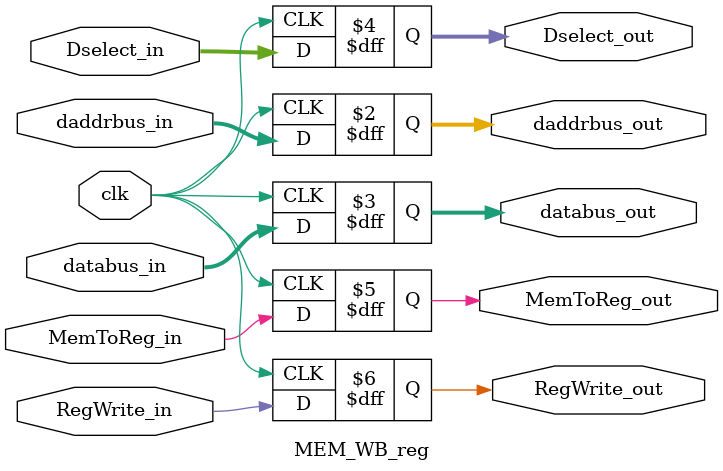
<source format=v>
`timescale 1ns/1ps

module cpu5(ibus, clk, reset, daddrbus, iaddrbus, databus);
    input [31:0] ibus;
    input clk, reset;
    output [31:0] daddrbus, iaddrbus;
    inout [31:0] databus;
    
    wire [31:0] pc_mux_out;
    program_counter pc(.clk(clk), .reset(reset), .d(pc_mux_out), .q(iaddrbus));
    
    wire [31:0] pc_adder_out;
    pc_adder pca(.in0(32'h00000004), .in1(iaddrbus), .out(pc_adder_out));

    wire [31:0] id_if_out, pc_adder_wire;
    IF_ID_reg if_id(.clk(clk), .id_if_in(ibus), .id_if_out(id_if_out), .pca_in(pc_adder_out), .pca_out(pc_adder_wire));

    wire [5:0] opcode, func;
    wire [4:0] rs, rt, rd;

    assign opcode = id_if_out[31:26];
    assign rs = id_if_out[25:21];
    assign rt = id_if_out[20:16];
    assign rd = id_if_out[15:11];
    assign func = id_if_out[5:0];

    wire [31:0] rs_out, rt_out, rd_out;
    
    reg_decoder rs_dec(.reg_in(rs), .reg_out(rs_out));
    reg_decoder rt_dec(.reg_in(rt), .reg_out(rt_out));
    reg_decoder rd_dec(.reg_in(rd), .reg_out(rd_out));

    wire [2:0] s_dec;
    wire cin_dec, imm_dec, MemWriteD, MemToRegD, RegWriteD, BeqD, BneD, SltD, SleD;

    opcode_decoder op_dec(.opcode(opcode), 
                          .func(func), 
                          .S(s_dec), 
                          .Cin(cin_dec), 
                          .Imm(imm_dec), 
                          .MemWrite(MemWriteD), 
                          .MemToReg(MemToRegD),
                          .RegWrite(RegWriteD),
                          .Beq(BeqD),
                          .Bne(BneD),
                          .Slt(SltD),
                          .Sle(SleD));
    
    wire [31:0] se_imm_value_wire;
    sign_ext_decoder se_dec(.in(id_if_out[15:0]), .out(se_imm_value_wire));

    wire [31:0] Dselect_wire1;
    mux Dselect_mux(.i0(rd_out), .i1(rt_out), .sel(imm_dec), .y(Dselect_wire1));

    wire [31:0] Dselect_wire_final, abus_wire, bbus_wire1;
    wire [31:0] dbus_mem_wb_mux; // declaring this now
    wire result_equal;
    regfile regfile_inst(.clk(clk), .Aselect(rs_out), .Bselect(rt_out), .Dselect(Dselect_wire_final), .dbus(dbus_mem_wb_mux), .abus(abus_wire), .bbus(bbus_wire1));

    // sign ext pass to adder
    wire [31:0] se_adder_out;
    adder sea(.in0(se_imm_value_wire), .in1(pc_adder_wire), .out(se_adder_out));
    
    wire pc_sel;
    assign pc_sel = (BeqD && (abus_wire == bbus_wire1)) | (BneD && (~((abus_wire == bbus_wire1))));
    mux pc_mux(.i0(pc_adder_out), .i1(se_adder_out), .sel(pc_sel), .y(pc_mux_out));

    wire [31:0] bbus_wire2, sign_ext_wire, abus, Dselect_wire2;
    wire [2:0] S;
    wire Imm, Cin, MemWriteE1, MemToRegE1, RegWriteE1, SltE1, SleE1;

    ID_EX_reg id_ex(.clk(clk),
                    .abus_in(abus_wire),
                    .bbus_in(bbus_wire1),
                    .Dselect_in(Dselect_wire1),
                    .sign_ext_in(se_imm_value_wire),
                    .S_in(s_dec),
                    .Cin_in(cin_dec),
                    .Imm_in(imm_dec),
                    .RegWrite_in(RegWriteD),
                    .MemToReg_in(MemToRegD),
                    .MemWrite_in(MemWriteD),
                    .Slt_in(SltD),
                    .Sle_in(SleD),
                    .abus_out(abus),
                    .bbus_out(bbus_wire2),
                    .Dselect_out(Dselect_wire2), 
                    .sign_ext_out(sign_ext_wire),
                    .S_out(S),
                    .Cin_out(Cin),
                    .Imm_out(Imm),
                    .RegWrite_out(RegWriteE1),
                    .MemToReg_out(MemToRegE1),
                    .MemWrite_out(MemWriteE1),
                    .Slt_out(SltE1),
                    .Sle_out(SleE1));
    
    wire [31:0] bbus;
    mux bbus_mux(.i0(bbus_wire2), .i1(sign_ext_wire), .sel(Imm), .y(bbus));

    wire [31:0] dbus_wire_alu, dbus_wire_comp;
    wire Cout_wire, V_wire, Z_wire;
    
    alu32 alu_inst(.d(dbus_wire_alu), .Cout(Cout_wire), .V(V_wire), .a(abus), .b(bbus), .Cin(Cin), .S(S), .Z(Z_wire));
    Compare32 comp32(.C(Cout_wire), .Z(Z_wire), .ctrl_slt(SltE1), .ctrl_sle(SleE1), .Result(dbus_wire_comp));

    wire [31:0] WriteDataE, Dselect_wire3;
    assign WriteDataE = bbus_wire2;
    wire MemWriteE2, MemToRegE2, RegWriteE2;
    assign MemWriteE2 = MemWriteE1;
    assign MemToRegE2 = MemToRegE1;
    assign RegWriteE2 = RegWriteE1;

    wire [31:0] WriteDataM1;
    wire MemWriteM, MemToRegM1, RegWriteM1;

    wire [31:0] dbus_wire;
    wire sl;
    assign sl = SltE1 | SleE1;
    mux op_out_mux(.i0(dbus_wire_alu), .i1(dbus_wire_comp), .sel(sl), .y(dbus_wire));

    EX_MEM_reg ex_mem(.clk(clk),
                      .dbus_in(dbus_wire),
                      .Dselect_in(Dselect_wire2),
                      .WriteData_in(WriteDataE),
                      .MemWrite_in(MemWriteE2),
                      .MemToReg_in(MemToRegE2),
                      .RegWrite_in(RegWriteE2),
                      .dbus_out(daddrbus),
                      .Dselect_out(Dselect_wire3),
                      .WriteData_out(WriteDataM1),
                      .MemWrite_out(MemWriteM),
                      .MemToReg_out(MemToRegM1),
                      .RegWrite_out(RegWriteM1));
    
    assign databus = (MemWriteM) ? WriteDataM1 : 32'hZZZZZZZZ;
    wire [31:0] WriteDataM2;
    assign WriteDataM2 = databus;

    wire MemToRegM2, RegWriteM2;
    wire [31:0] daddrbus_wire1;
    assign MemToRegM2 = MemToRegM1;
    assign RegWriteM2 = RegWriteM1;
    assign daddrbus_wire1 = daddrbus;

    wire [31:0] daddrbus_wire2, Dselect_wire4, databus_wire;
    wire MemToRegW, RegWriteW;

    MEM_WB_reg mem_wb(.clk(clk),
                      .daddrbus_in(daddrbus_wire1),
                      .databus_in(WriteDataM2),
                      .Dselect_in(Dselect_wire3),
                      .MemToReg_in(MemToRegM2),
                      .RegWrite_in(RegWriteM2),
                      .daddrbus_out(daddrbus_wire2),
                      .databus_out(databus_wire),
                      .Dselect_out(Dselect_wire4),
                      .MemToReg_out(MemToRegW),
                      .RegWrite_out(RegWriteW));
    
    mux dbus_mux(.i0(daddrbus_wire2), .i1(databus_wire), .sel(MemToRegW), .y(dbus_mem_wb_mux));
    mux dsel_mux(.i0(32'h00000001), .i1(Dselect_wire4), .sel(RegWriteW), .y(Dselect_wire_final));

endmodule

module adder(in0, in1, out);
  input [31:0] in0, in1;
  output [31:0] out;
  
  wire [31:0] in0by4;
  assign in0by4 = in0 << 2;
  
  assign out = in0by4 + in1;
  
endmodule

module pc_adder(in0, in1, out);
  input [31:0] in0;
  input [31:0] in1;
  output [31:0] out;
  
  assign out = in0 + in1;
  
endmodule

module program_counter(clk, reset, d, q);
  input clk, reset;
  input [31:0] d;
  output reg [31:0] q;
  
  always @(posedge clk or posedge reset) begin
    if (reset) q <= 32'h00000000;
    else q <= d;
  end
endmodule

module IF_ID_reg(clk, id_if_in, id_if_out, pca_in, pca_out);
    input clk;
    input [31:0] id_if_in, pca_in;
    output reg [31:0] id_if_out, pca_out;

    always @(posedge clk) begin
        id_if_out <= id_if_in;
        pca_out <= pca_in;
    end
endmodule

module reg_decoder(reg_in, reg_out);
    input [4:0] reg_in;
    output [31:0] reg_out;
    assign reg_out = 32'b1 << reg_in;
endmodule

module opcode_decoder(opcode, func, S, Cin, Imm, MemWrite, MemToReg, RegWrite, Beq, Bne, Slt, Sle);
    input [5:0] opcode, func;
    output [2:0] S;
    output Cin, Imm, MemWrite, MemToReg, RegWrite, Beq, Bne, Slt, Sle;
    assign S =
        (opcode == 6'b000011) ? 3'b010 :
        (opcode == 6'b000010) ? 3'b011 :
        (opcode == 6'b000001) ? 3'b000 :
        (opcode == 6'b001111) ? 3'b110 :
        (opcode == 6'b001100) ? 3'b100 :
        ((opcode == 6'b000000) && (func == 6'b000011)) ? 3'b010 :
        ((opcode == 6'b000000) && (func == 6'b000010)) ? 3'b011 :
        ((opcode == 6'b000000) && (func == 6'b000001)) ? 3'b000 :
        ((opcode == 6'b000000) && (func == 6'b000111)) ? 3'b110 :
        ((opcode == 6'b000000) && (func == 6'b000100)) ? 3'b100 :
        ((opcode == 6'b000000) && (func == 6'b110110)) ? 3'b011 : // slt
        ((opcode == 6'b000000) && (func == 6'b110111)) ? 3'b011 : // sle
        (opcode == 6'b011110) ? 3'b010 :
        (opcode == 6'b011111) ? 3'b010 :
        (opcode == 6'b110000) ? 3'b011 : // beq
        (opcode == 6'b110001) ? 3'b011 : // bne
        3'bxxx;
    assign Cin = (opcode == 6'b000010) | ((opcode == 6'b000000) && func == 6'b000010) | ((opcode == 6'b000000) && (func == 6'b110110)) | ((opcode == 6'b000000) && (func == 6'b110111)) | (opcode == 6'b110000) | (opcode == 6'b110001);
    assign Imm = (opcode == 6'b000011) | (opcode == 6'b000010) | (opcode == 6'b000001) | (opcode == 6'b001111) | (opcode == 6'b001100) | (opcode == 6'b011110) | (opcode == 6'b011111) | (opcode == 6'b110000) | (opcode == 6'b110001);
    assign RegWrite = ~((opcode == 6'b011111) | (opcode == 6'b110000) | (opcode == 6'b110001)); //not sw or branch
    assign MemToReg = (opcode == 6'b011110); //lw
    assign MemWrite = (opcode == 6'b011111); //sw
    assign Beq = (opcode == 6'b110000);
    assign Bne = (opcode == 6'b110001);
    assign Slt = ((opcode == 6'b000000) && (func == 6'b110110));
    assign Sle = ((opcode == 6'b000000) && (func == 6'b110111));
endmodule

module sign_ext_decoder(in, out);
    input [15:0] in;
    output [31:0] out;
    assign out = {{16{in[15]}}, in};
endmodule


module mux(i0, i1, sel, y);
    input [31:0] i0, i1;
    input sel;
    output [31:0] y;

    assign y = (sel === 1'b1) ? i1 : i0;
endmodule


module regfile(clk, Aselect, Bselect, Dselect, dbus, abus, bbus);

    input clk;
    input [31:0] Aselect, Bselect, Dselect, dbus;
    output [31:0] abus, bbus;
    
    reg_cell regcell[31:1](
        .clk(clk),
        .Aselect(Aselect[31:1]),
        .Bselect(Bselect[31:1]),
        .Dselect(Dselect[31:1]),
        .dbus(dbus),
        .abus(abus),
        .bbus(bbus)
    );
    
    zero_reg zeroreg(
        .clk(clk),
        .Aselect(Aselect[0]),
        .Bselect(Bselect[0]),
        .Dselect(Dselect[0]),
        .dbus(dbus),
        .abus(abus),
        .bbus(bbus)
    );

endmodule

module dff(d, clk, q, Dselect);

    input [31:0] d;
  	input Dselect;
    input clk;
    output reg [31:0] q;

	always @(negedge clk) begin
      if (Dselect==1'b1) q = d;
	end

endmodule

module reg_cell(clk, Aselect, Bselect, Dselect, dbus, abus, bbus);
    input clk;
    input Aselect, Bselect, Dselect;
    input [31:0] dbus;
    output [31:0] abus, bbus;

    wire [31:0] register;
    

    dff dff_inst(
      .d(dbus),
      .clk(clk),
      .q(register),
      .Dselect(Dselect)
    );
    
    assign abus = (Aselect == 1'b1) ? register : 32'hZZZZZZZZ;
    assign bbus = (Bselect == 1'b1) ? register : 32'hZZZZZZZZ;

endmodule

module zero_reg(clk, Aselect, Bselect, Dselect, dbus, abus, bbus);

    input clk, Aselect, Bselect, Dselect;
    input [31:0] dbus;
    output [31:0] abus, bbus;
    
    assign abus = (Aselect == 1'b1) ? 32'h00000000 : 32'hZZZZZZZZ;
    assign bbus = (Bselect == 1'b1) ? 32'h00000000 : 32'hZZZZZZZZ;

endmodule


module ID_EX_reg(clk, abus_in, bbus_in, Dselect_in, sign_ext_in, S_in, Cin_in, Imm_in, RegWrite_in, MemToReg_in, MemWrite_in, Slt_in, Sle_in, abus_out, bbus_out, Dselect_out, sign_ext_out, S_out, Cin_out, Imm_out, RegWrite_out, MemToReg_out, MemWrite_out, Slt_out, Sle_out);
    input clk;
    input [31:0] abus_in, bbus_in, Dselect_in, sign_ext_in;
    input [2:0] S_in;
    input Cin_in, Imm_in, RegWrite_in, MemToReg_in, MemWrite_in, Slt_in, Sle_in;
    output reg [31:0] abus_out, bbus_out, Dselect_out, sign_ext_out;
    output reg [2:0] S_out;
    output reg Cin_out, Imm_out, RegWrite_out, MemToReg_out, MemWrite_out, Slt_out, Sle_out;

    always @(posedge clk) begin
        abus_out <= abus_in;
        bbus_out <= bbus_in;
        Dselect_out <= Dselect_in;
        sign_ext_out <= sign_ext_in;
        S_out <= S_in;
        Cin_out <= Cin_in;
        Imm_out <= Imm_in;
        RegWrite_out <= RegWrite_in;
        MemToReg_out <= MemToReg_in;
        MemWrite_out <= MemWrite_in;
        Slt_out <= Slt_in;
        Sle_out <= Sle_in;
    end
endmodule


module alu32 (d, Cout, V, a, b, Cin, S, Z);
   output[31:0] d;
   output Cout, V, Z;
   input [31:0] a, b;
   input Cin;
   input [2:0] S;
   
   wire [31:0] c, g, p;
   wire gout, pout;

 
   alu_cell alucell[31:0] (
      .d(d),
      .g(g),
      .p(p),
      .a(a),
      .b(b),
      .c(c),
      .S(S)
   );
   
   lac5 laclevel5(
      .c(c),
      .gout(gout),
      .pout(pout),
      .Cin(Cin),
      .g(g),
      .p(p)
   );

   overflow over(
       .Cout(Cout),
       .V(V),
       .gout(gout),
       .pout(pout),
       .Cin(Cin),
       .c(c[31])   
   );
   
   assign Z = (d == 32'h00000000);
 
endmodule

module alu_cell (d, g, p, a, b, c, S);
    output reg d, g, p;
    input a, b, c;
    input [2:0] S;
    reg cint, bint;
   
always @(a or b or c or S or d or g or p or bint or cint) begin
    case(S)
        3'b100: begin
         bint = S[0] ^ b;
         g = a & bint;
         p = a^ bint;
         cint = S[1] & c;
         d = a|b;
        end
        3'b101: begin
         bint = S[0] ^ b;
         g = a & bint;
         p = a^ bint;
         cint = S[1] & c;
         d = ~(a|b);
        end
        3'b110: begin
         bint = S[0] ^ b;
         g = a & bint;
         p = a^ bint;
         cint = S[1] & c;
        d = a & b;
        end
        default: begin
         bint = S[0] ^ b;
         g = a & bint;
         p = a^ bint;
         cint = S[1] & c;
         d = p ^ cint;
       end
       endcase
       
end
endmodule

module overflow (Cout, V, gout, pout, Cin, c);
    output Cout, V;
    input gout, pout, Cin, c;
    assign Cout = gout|(pout & Cin);
    assign V = Cout ^ c;
endmodule

module lac(c, gout, pout, Cin, g, p);
    output[1:0]c;
    output gout, pout;
    input Cin;
    input[1:0] g,p;

    assign c[0] = Cin;
    assign c[1] = g[0] | (p[0] & Cin);
    assign gout = g[1] | (p[1] & g[0]);
    assign pout = p[1] & p[0];
endmodule

module lac2(c, gout, pout, Cin, g, p);
    output[3:0] c;
    output gout, pout;
    input Cin;
    input [3:0]g,p;
    wire [1:0] cint, gint, pint;
    lac leaf0(
        .c(c[1:0]),
        .gout(gint[0]),
        .pout(pint[0]),
        .Cin(cint[0]),
        .g(g[1:0]),
        .p(p[1:0])
        );
    lac leaf1(
        .c(c[3:2]),
        .gout(gint[1]),
        .pout(pint[1]),
        .Cin(cint[1]),
        .g(g[3:2]),
        .p(p[3:2])
        );
    lac root(
        .c(cint),
        .gout(gout),
        .pout(pout),
        .Cin(Cin),
        .g(gint),
        .p(pint)
        );
endmodule  

module lac3(c, gout, pout, Cin, g, p);
    output[7:0] c;
    output gout, pout;
    input Cin;
    input [7:0]g,p;
    wire [1:0] cint, gint, pint;
    lac2 leaf0(
        .c(c[3:0]),
        .gout(gint[0]),
        .pout(pint[0]),
        .Cin(cint[0]),
        .g(g[3:0]),
        .p(p[3:0])
        );
    lac2 leaf1(
        .c(c[7:4]),
        .gout(gint[1]),
        .pout(pint[1]),
        .Cin(cint[1]),
        .g(g[7:4]),
        .p(p[7:4])
        );
    lac root(
        .c(cint),
        .gout(gout),
        .pout(pout),
        .Cin(Cin),
        .g(gint),
        .p(pint)
        );
endmodule

module lac4(c, gout, pout, Cin, g, p);
    output[15:0] c;
    output gout, pout;
    input Cin;
    input [15:0]g,p;
    wire [1:0] cint, gint, pint;
    lac3 leaf0(
        .c(c[7:0]),
        .gout(gint[0]),
        .pout(pint[0]),
        .Cin(cint[0]),
        .g(g[7:0]),
        .p(p[7:0])
        );
    lac3 leaf1(
        .c(c[15:8]),
        .gout(gint[1]),
        .pout(pint[1]),
        .Cin(cint[1]),
        .g(g[15:8]),
        .p(p[15:8])
        );
    lac root(
        .c(cint),
        .gout(gout),
        .pout(pout),
        .Cin(Cin),
        .g(gint),
        .p(pint)
        );
endmodule

module lac5(c, gout, pout, Cin, g, p);
    output[31:0] c;
    output gout, pout;
    input Cin;
    input [31:0]g,p;
    wire [1:0] cint, gint, pint;
    lac4 leaf0(
        .c(c[15:0]),
        .gout(gint[0]),
        .pout(pint[0]),
        .Cin(cint[0]),
        .g(g[15:0]),
        .p(p[15:0])
        );
    lac4 leaf1(
        .c(c[31:16]),
        .gout(gint[1]),
        .pout(pint[1]),
        .Cin(cint[1]),
        .g(g[31:16]),
        .p(p[31:16])
        );
    lac root(
        .c(cint),
        .gout(gout),
        .pout(pout),
        .Cin(Cin),
        .g(gint),
        .p(pint)
        );
endmodule

module Compare32 (C, Z, ctrl_slt, ctrl_sle, Result);
    input C, Z, ctrl_slt, ctrl_sle;
    output [31:0] Result;

    wire slt_result;
    wire sle_result;

    assign slt_result = (~C & ~Z);
    assign sle_result = (~C | Z);

    assign Result = ({31'b0, (ctrl_slt & slt_result) | (ctrl_sle & sle_result)});

endmodule


module EX_MEM_reg(clk, dbus_in, Dselect_in, WriteData_in, MemWrite_in, MemToReg_in, RegWrite_in, dbus_out, Dselect_out, WriteData_out, MemWrite_out, MemToReg_out, RegWrite_out);
    input clk;
    input [31:0] dbus_in, Dselect_in, WriteData_in;
    input MemWrite_in, MemToReg_in, RegWrite_in;
    output reg [31:0] dbus_out, Dselect_out, WriteData_out;
    output reg MemWrite_out, MemToReg_out, RegWrite_out;
    
    always @(posedge clk) begin
        dbus_out <= dbus_in;
        Dselect_out <= Dselect_in;
        WriteData_out <= WriteData_in;
        MemWrite_out <= MemWrite_in;
        MemToReg_out <= MemToReg_in;
        RegWrite_out <= RegWrite_in;
    end
endmodule

module MEM_WB_reg(clk, daddrbus_in, databus_in, Dselect_in, MemToReg_in, RegWrite_in, daddrbus_out, databus_out, Dselect_out, MemToReg_out, RegWrite_out);
    input clk;
    input [31:0] daddrbus_in, databus_in, Dselect_in;
    input MemToReg_in, RegWrite_in;
    output reg [31:0] daddrbus_out, databus_out, Dselect_out;
    output reg MemToReg_out, RegWrite_out;

    always @(posedge clk) begin
        daddrbus_out <= daddrbus_in;
        databus_out <= databus_in;
        Dselect_out <= Dselect_in;
        MemToReg_out <= MemToReg_in;
        RegWrite_out <= RegWrite_in;
    end
endmodule

</source>
